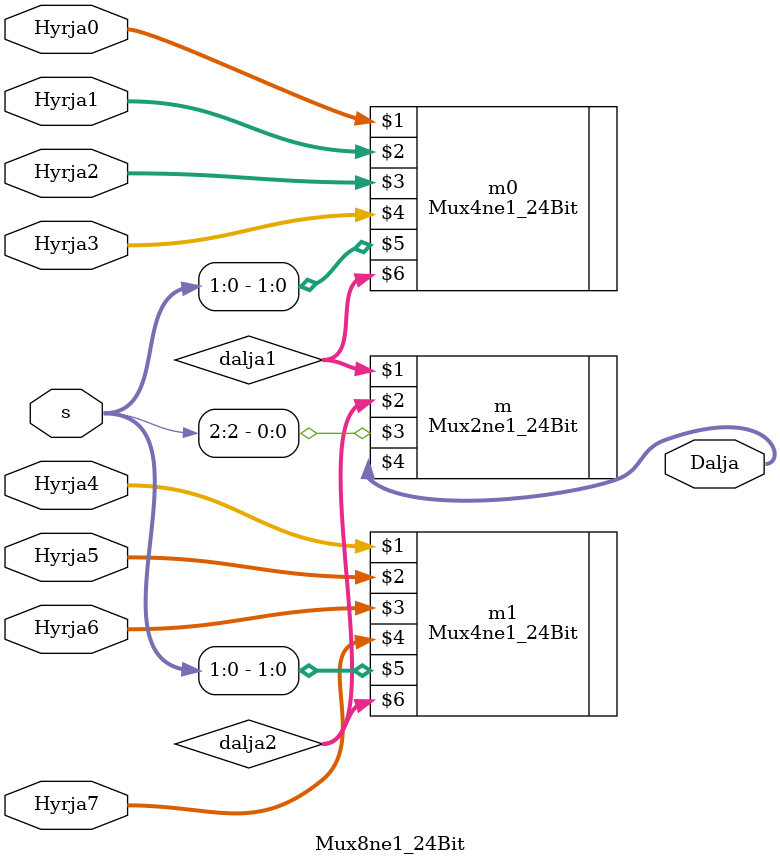
<source format=v>

module Mux8ne1_24Bit(
  input[23:0] Hyrja0,
  input[23:0] Hyrja1,
  input[23:0] Hyrja2,
  input[23:0] Hyrja3,
  input[23:0] Hyrja4,
  input[23:0] Hyrja5,
  input[23:0] Hyrja6,
  input[23:0] Hyrja7,
  input[2:0] s,
  output[23:0] Dalja
);
  wire[23:0] dalja1, dalja2;
Mux4ne1_24Bit m0(Hyrja0, Hyrja1, Hyrja2, Hyrja3, s[1:0], dalja1);
Mux4ne1_24Bit m1(Hyrja4, Hyrja5, Hyrja6, Hyrja7, s[1:0], dalja2);
Mux2ne1_24Bit m(dalja1, dalja2, s[2], Dalja);

endmodule
</source>
